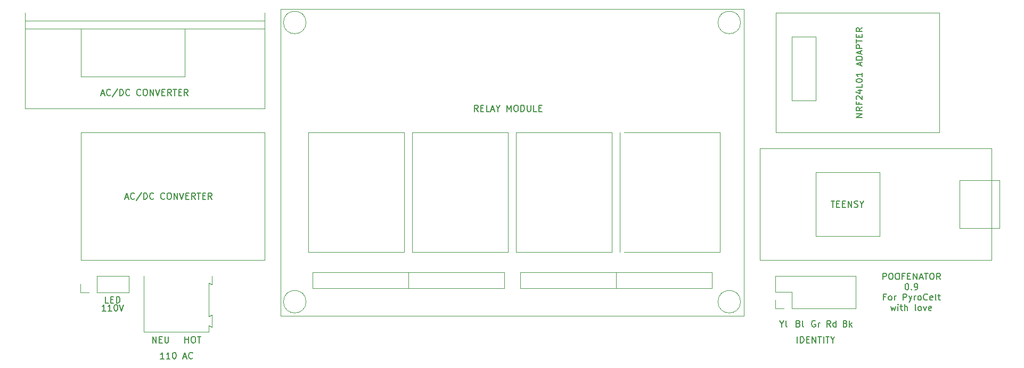
<source format=gbr>
G04 #@! TF.GenerationSoftware,KiCad,Pcbnew,5.1.5*
G04 #@! TF.CreationDate,2020-01-03T21:14:40-05:00*
G04 #@! TF.ProjectId,Poofer Control,506f6f66-6572-4204-936f-6e74726f6c2e,rev?*
G04 #@! TF.SameCoordinates,Original*
G04 #@! TF.FileFunction,Legend,Top*
G04 #@! TF.FilePolarity,Positive*
%FSLAX46Y46*%
G04 Gerber Fmt 4.6, Leading zero omitted, Abs format (unit mm)*
G04 Created by KiCad (PCBNEW 5.1.5) date 2020-01-03 21:14:40*
%MOMM*%
%LPD*%
G04 APERTURE LIST*
%ADD10C,0.150000*%
%ADD11C,0.120000*%
G04 APERTURE END LIST*
D10*
X86534761Y-99512380D02*
X85963333Y-99512380D01*
X86249047Y-99512380D02*
X86249047Y-98512380D01*
X86153809Y-98655238D01*
X86058571Y-98750476D01*
X85963333Y-98798095D01*
X87487142Y-99512380D02*
X86915714Y-99512380D01*
X87201428Y-99512380D02*
X87201428Y-98512380D01*
X87106190Y-98655238D01*
X87010952Y-98750476D01*
X86915714Y-98798095D01*
X88106190Y-98512380D02*
X88201428Y-98512380D01*
X88296666Y-98560000D01*
X88344285Y-98607619D01*
X88391904Y-98702857D01*
X88439523Y-98893333D01*
X88439523Y-99131428D01*
X88391904Y-99321904D01*
X88344285Y-99417142D01*
X88296666Y-99464761D01*
X88201428Y-99512380D01*
X88106190Y-99512380D01*
X88010952Y-99464761D01*
X87963333Y-99417142D01*
X87915714Y-99321904D01*
X87868095Y-99131428D01*
X87868095Y-98893333D01*
X87915714Y-98702857D01*
X87963333Y-98607619D01*
X88010952Y-98560000D01*
X88106190Y-98512380D01*
X88725238Y-98512380D02*
X89058571Y-99512380D01*
X89391904Y-98512380D01*
X210082380Y-94497380D02*
X210082380Y-93497380D01*
X210463333Y-93497380D01*
X210558571Y-93545000D01*
X210606190Y-93592619D01*
X210653809Y-93687857D01*
X210653809Y-93830714D01*
X210606190Y-93925952D01*
X210558571Y-93973571D01*
X210463333Y-94021190D01*
X210082380Y-94021190D01*
X211272857Y-93497380D02*
X211463333Y-93497380D01*
X211558571Y-93545000D01*
X211653809Y-93640238D01*
X211701428Y-93830714D01*
X211701428Y-94164047D01*
X211653809Y-94354523D01*
X211558571Y-94449761D01*
X211463333Y-94497380D01*
X211272857Y-94497380D01*
X211177619Y-94449761D01*
X211082380Y-94354523D01*
X211034761Y-94164047D01*
X211034761Y-93830714D01*
X211082380Y-93640238D01*
X211177619Y-93545000D01*
X211272857Y-93497380D01*
X212320476Y-93497380D02*
X212510952Y-93497380D01*
X212606190Y-93545000D01*
X212701428Y-93640238D01*
X212749047Y-93830714D01*
X212749047Y-94164047D01*
X212701428Y-94354523D01*
X212606190Y-94449761D01*
X212510952Y-94497380D01*
X212320476Y-94497380D01*
X212225238Y-94449761D01*
X212130000Y-94354523D01*
X212082380Y-94164047D01*
X212082380Y-93830714D01*
X212130000Y-93640238D01*
X212225238Y-93545000D01*
X212320476Y-93497380D01*
X213510952Y-93973571D02*
X213177619Y-93973571D01*
X213177619Y-94497380D02*
X213177619Y-93497380D01*
X213653809Y-93497380D01*
X214034761Y-93973571D02*
X214368095Y-93973571D01*
X214510952Y-94497380D02*
X214034761Y-94497380D01*
X214034761Y-93497380D01*
X214510952Y-93497380D01*
X214939523Y-94497380D02*
X214939523Y-93497380D01*
X215510952Y-94497380D01*
X215510952Y-93497380D01*
X215939523Y-94211666D02*
X216415714Y-94211666D01*
X215844285Y-94497380D02*
X216177619Y-93497380D01*
X216510952Y-94497380D01*
X216701428Y-93497380D02*
X217272857Y-93497380D01*
X216987142Y-94497380D02*
X216987142Y-93497380D01*
X217796666Y-93497380D02*
X217987142Y-93497380D01*
X218082380Y-93545000D01*
X218177619Y-93640238D01*
X218225238Y-93830714D01*
X218225238Y-94164047D01*
X218177619Y-94354523D01*
X218082380Y-94449761D01*
X217987142Y-94497380D01*
X217796666Y-94497380D01*
X217701428Y-94449761D01*
X217606190Y-94354523D01*
X217558571Y-94164047D01*
X217558571Y-93830714D01*
X217606190Y-93640238D01*
X217701428Y-93545000D01*
X217796666Y-93497380D01*
X219225238Y-94497380D02*
X218891904Y-94021190D01*
X218653809Y-94497380D02*
X218653809Y-93497380D01*
X219034761Y-93497380D01*
X219130000Y-93545000D01*
X219177619Y-93592619D01*
X219225238Y-93687857D01*
X219225238Y-93830714D01*
X219177619Y-93925952D01*
X219130000Y-93973571D01*
X219034761Y-94021190D01*
X218653809Y-94021190D01*
X213868095Y-95147380D02*
X213963333Y-95147380D01*
X214058571Y-95195000D01*
X214106190Y-95242619D01*
X214153809Y-95337857D01*
X214201428Y-95528333D01*
X214201428Y-95766428D01*
X214153809Y-95956904D01*
X214106190Y-96052142D01*
X214058571Y-96099761D01*
X213963333Y-96147380D01*
X213868095Y-96147380D01*
X213772857Y-96099761D01*
X213725238Y-96052142D01*
X213677619Y-95956904D01*
X213630000Y-95766428D01*
X213630000Y-95528333D01*
X213677619Y-95337857D01*
X213725238Y-95242619D01*
X213772857Y-95195000D01*
X213868095Y-95147380D01*
X214630000Y-96052142D02*
X214677619Y-96099761D01*
X214630000Y-96147380D01*
X214582380Y-96099761D01*
X214630000Y-96052142D01*
X214630000Y-96147380D01*
X215153809Y-96147380D02*
X215344285Y-96147380D01*
X215439523Y-96099761D01*
X215487142Y-96052142D01*
X215582380Y-95909285D01*
X215630000Y-95718809D01*
X215630000Y-95337857D01*
X215582380Y-95242619D01*
X215534761Y-95195000D01*
X215439523Y-95147380D01*
X215249047Y-95147380D01*
X215153809Y-95195000D01*
X215106190Y-95242619D01*
X215058571Y-95337857D01*
X215058571Y-95575952D01*
X215106190Y-95671190D01*
X215153809Y-95718809D01*
X215249047Y-95766428D01*
X215439523Y-95766428D01*
X215534761Y-95718809D01*
X215582380Y-95671190D01*
X215630000Y-95575952D01*
X210510952Y-97273571D02*
X210177619Y-97273571D01*
X210177619Y-97797380D02*
X210177619Y-96797380D01*
X210653809Y-96797380D01*
X211177619Y-97797380D02*
X211082380Y-97749761D01*
X211034761Y-97702142D01*
X210987142Y-97606904D01*
X210987142Y-97321190D01*
X211034761Y-97225952D01*
X211082380Y-97178333D01*
X211177619Y-97130714D01*
X211320476Y-97130714D01*
X211415714Y-97178333D01*
X211463333Y-97225952D01*
X211510952Y-97321190D01*
X211510952Y-97606904D01*
X211463333Y-97702142D01*
X211415714Y-97749761D01*
X211320476Y-97797380D01*
X211177619Y-97797380D01*
X211939523Y-97797380D02*
X211939523Y-97130714D01*
X211939523Y-97321190D02*
X211987142Y-97225952D01*
X212034761Y-97178333D01*
X212130000Y-97130714D01*
X212225238Y-97130714D01*
X213320476Y-97797380D02*
X213320476Y-96797380D01*
X213701428Y-96797380D01*
X213796666Y-96845000D01*
X213844285Y-96892619D01*
X213891904Y-96987857D01*
X213891904Y-97130714D01*
X213844285Y-97225952D01*
X213796666Y-97273571D01*
X213701428Y-97321190D01*
X213320476Y-97321190D01*
X214225238Y-97130714D02*
X214463333Y-97797380D01*
X214701428Y-97130714D02*
X214463333Y-97797380D01*
X214368095Y-98035476D01*
X214320476Y-98083095D01*
X214225238Y-98130714D01*
X215082380Y-97797380D02*
X215082380Y-97130714D01*
X215082380Y-97321190D02*
X215130000Y-97225952D01*
X215177619Y-97178333D01*
X215272857Y-97130714D01*
X215368095Y-97130714D01*
X215844285Y-97797380D02*
X215749047Y-97749761D01*
X215701428Y-97702142D01*
X215653809Y-97606904D01*
X215653809Y-97321190D01*
X215701428Y-97225952D01*
X215749047Y-97178333D01*
X215844285Y-97130714D01*
X215987142Y-97130714D01*
X216082380Y-97178333D01*
X216130000Y-97225952D01*
X216177619Y-97321190D01*
X216177619Y-97606904D01*
X216130000Y-97702142D01*
X216082380Y-97749761D01*
X215987142Y-97797380D01*
X215844285Y-97797380D01*
X217177619Y-97702142D02*
X217130000Y-97749761D01*
X216987142Y-97797380D01*
X216891904Y-97797380D01*
X216749047Y-97749761D01*
X216653809Y-97654523D01*
X216606190Y-97559285D01*
X216558571Y-97368809D01*
X216558571Y-97225952D01*
X216606190Y-97035476D01*
X216653809Y-96940238D01*
X216749047Y-96845000D01*
X216891904Y-96797380D01*
X216987142Y-96797380D01*
X217130000Y-96845000D01*
X217177619Y-96892619D01*
X217987142Y-97749761D02*
X217891904Y-97797380D01*
X217701428Y-97797380D01*
X217606190Y-97749761D01*
X217558571Y-97654523D01*
X217558571Y-97273571D01*
X217606190Y-97178333D01*
X217701428Y-97130714D01*
X217891904Y-97130714D01*
X217987142Y-97178333D01*
X218034761Y-97273571D01*
X218034761Y-97368809D01*
X217558571Y-97464047D01*
X218606190Y-97797380D02*
X218510952Y-97749761D01*
X218463333Y-97654523D01*
X218463333Y-96797380D01*
X218844285Y-97130714D02*
X219225238Y-97130714D01*
X218987142Y-96797380D02*
X218987142Y-97654523D01*
X219034761Y-97749761D01*
X219130000Y-97797380D01*
X219225238Y-97797380D01*
X211368095Y-98780714D02*
X211558571Y-99447380D01*
X211749047Y-98971190D01*
X211939523Y-99447380D01*
X212130000Y-98780714D01*
X212510952Y-99447380D02*
X212510952Y-98780714D01*
X212510952Y-98447380D02*
X212463333Y-98495000D01*
X212510952Y-98542619D01*
X212558571Y-98495000D01*
X212510952Y-98447380D01*
X212510952Y-98542619D01*
X212844285Y-98780714D02*
X213225238Y-98780714D01*
X212987142Y-98447380D02*
X212987142Y-99304523D01*
X213034761Y-99399761D01*
X213130000Y-99447380D01*
X213225238Y-99447380D01*
X213558571Y-99447380D02*
X213558571Y-98447380D01*
X213987142Y-99447380D02*
X213987142Y-98923571D01*
X213939523Y-98828333D01*
X213844285Y-98780714D01*
X213701428Y-98780714D01*
X213606190Y-98828333D01*
X213558571Y-98875952D01*
X215368095Y-99447380D02*
X215272857Y-99399761D01*
X215225238Y-99304523D01*
X215225238Y-98447380D01*
X215891904Y-99447380D02*
X215796666Y-99399761D01*
X215749047Y-99352142D01*
X215701428Y-99256904D01*
X215701428Y-98971190D01*
X215749047Y-98875952D01*
X215796666Y-98828333D01*
X215891904Y-98780714D01*
X216034761Y-98780714D01*
X216130000Y-98828333D01*
X216177619Y-98875952D01*
X216225238Y-98971190D01*
X216225238Y-99256904D01*
X216177619Y-99352142D01*
X216130000Y-99399761D01*
X216034761Y-99447380D01*
X215891904Y-99447380D01*
X216558571Y-98780714D02*
X216796666Y-99447380D01*
X217034761Y-98780714D01*
X217796666Y-99399761D02*
X217701428Y-99447380D01*
X217510952Y-99447380D01*
X217415714Y-99399761D01*
X217368095Y-99304523D01*
X217368095Y-98923571D01*
X217415714Y-98828333D01*
X217510952Y-98780714D01*
X217701428Y-98780714D01*
X217796666Y-98828333D01*
X217844285Y-98923571D01*
X217844285Y-99018809D01*
X217368095Y-99114047D01*
X204136666Y-101528571D02*
X204279523Y-101576190D01*
X204327142Y-101623809D01*
X204374761Y-101719047D01*
X204374761Y-101861904D01*
X204327142Y-101957142D01*
X204279523Y-102004761D01*
X204184285Y-102052380D01*
X203803333Y-102052380D01*
X203803333Y-101052380D01*
X204136666Y-101052380D01*
X204231904Y-101100000D01*
X204279523Y-101147619D01*
X204327142Y-101242857D01*
X204327142Y-101338095D01*
X204279523Y-101433333D01*
X204231904Y-101480952D01*
X204136666Y-101528571D01*
X203803333Y-101528571D01*
X204803333Y-102052380D02*
X204803333Y-101052380D01*
X204898571Y-101671428D02*
X205184285Y-102052380D01*
X205184285Y-101385714D02*
X204803333Y-101766666D01*
X201787142Y-102052380D02*
X201453809Y-101576190D01*
X201215714Y-102052380D02*
X201215714Y-101052380D01*
X201596666Y-101052380D01*
X201691904Y-101100000D01*
X201739523Y-101147619D01*
X201787142Y-101242857D01*
X201787142Y-101385714D01*
X201739523Y-101480952D01*
X201691904Y-101528571D01*
X201596666Y-101576190D01*
X201215714Y-101576190D01*
X202644285Y-102052380D02*
X202644285Y-101052380D01*
X202644285Y-102004761D02*
X202549047Y-102052380D01*
X202358571Y-102052380D01*
X202263333Y-102004761D01*
X202215714Y-101957142D01*
X202168095Y-101861904D01*
X202168095Y-101576190D01*
X202215714Y-101480952D01*
X202263333Y-101433333D01*
X202358571Y-101385714D01*
X202549047Y-101385714D01*
X202644285Y-101433333D01*
X199342380Y-101100000D02*
X199247142Y-101052380D01*
X199104285Y-101052380D01*
X198961428Y-101100000D01*
X198866190Y-101195238D01*
X198818571Y-101290476D01*
X198770952Y-101480952D01*
X198770952Y-101623809D01*
X198818571Y-101814285D01*
X198866190Y-101909523D01*
X198961428Y-102004761D01*
X199104285Y-102052380D01*
X199199523Y-102052380D01*
X199342380Y-102004761D01*
X199390000Y-101957142D01*
X199390000Y-101623809D01*
X199199523Y-101623809D01*
X199818571Y-102052380D02*
X199818571Y-101385714D01*
X199818571Y-101576190D02*
X199866190Y-101480952D01*
X199913809Y-101433333D01*
X200009047Y-101385714D01*
X200104285Y-101385714D01*
X196659523Y-101528571D02*
X196802380Y-101576190D01*
X196850000Y-101623809D01*
X196897619Y-101719047D01*
X196897619Y-101861904D01*
X196850000Y-101957142D01*
X196802380Y-102004761D01*
X196707142Y-102052380D01*
X196326190Y-102052380D01*
X196326190Y-101052380D01*
X196659523Y-101052380D01*
X196754761Y-101100000D01*
X196802380Y-101147619D01*
X196850000Y-101242857D01*
X196850000Y-101338095D01*
X196802380Y-101433333D01*
X196754761Y-101480952D01*
X196659523Y-101528571D01*
X196326190Y-101528571D01*
X197469047Y-102052380D02*
X197373809Y-102004761D01*
X197326190Y-101909523D01*
X197326190Y-101052380D01*
X194048095Y-101576190D02*
X194048095Y-102052380D01*
X193714761Y-101052380D02*
X194048095Y-101576190D01*
X194381428Y-101052380D01*
X194857619Y-102052380D02*
X194762380Y-102004761D01*
X194714761Y-101909523D01*
X194714761Y-101052380D01*
X93988095Y-104592380D02*
X93988095Y-103592380D01*
X94559523Y-104592380D01*
X94559523Y-103592380D01*
X95035714Y-104068571D02*
X95369047Y-104068571D01*
X95511904Y-104592380D02*
X95035714Y-104592380D01*
X95035714Y-103592380D01*
X95511904Y-103592380D01*
X95940476Y-103592380D02*
X95940476Y-104401904D01*
X95988095Y-104497142D01*
X96035714Y-104544761D01*
X96130952Y-104592380D01*
X96321428Y-104592380D01*
X96416666Y-104544761D01*
X96464285Y-104497142D01*
X96511904Y-104401904D01*
X96511904Y-103592380D01*
X99139523Y-104592380D02*
X99139523Y-103592380D01*
X99139523Y-104068571D02*
X99710952Y-104068571D01*
X99710952Y-104592380D02*
X99710952Y-103592380D01*
X100377619Y-103592380D02*
X100568095Y-103592380D01*
X100663333Y-103640000D01*
X100758571Y-103735238D01*
X100806190Y-103925714D01*
X100806190Y-104259047D01*
X100758571Y-104449523D01*
X100663333Y-104544761D01*
X100568095Y-104592380D01*
X100377619Y-104592380D01*
X100282380Y-104544761D01*
X100187142Y-104449523D01*
X100139523Y-104259047D01*
X100139523Y-103925714D01*
X100187142Y-103735238D01*
X100282380Y-103640000D01*
X100377619Y-103592380D01*
X101091904Y-103592380D02*
X101663333Y-103592380D01*
X101377619Y-104592380D02*
X101377619Y-103592380D01*
X95813809Y-107132380D02*
X95242380Y-107132380D01*
X95528095Y-107132380D02*
X95528095Y-106132380D01*
X95432857Y-106275238D01*
X95337619Y-106370476D01*
X95242380Y-106418095D01*
X96766190Y-107132380D02*
X96194761Y-107132380D01*
X96480476Y-107132380D02*
X96480476Y-106132380D01*
X96385238Y-106275238D01*
X96290000Y-106370476D01*
X96194761Y-106418095D01*
X97385238Y-106132380D02*
X97480476Y-106132380D01*
X97575714Y-106180000D01*
X97623333Y-106227619D01*
X97670952Y-106322857D01*
X97718571Y-106513333D01*
X97718571Y-106751428D01*
X97670952Y-106941904D01*
X97623333Y-107037142D01*
X97575714Y-107084761D01*
X97480476Y-107132380D01*
X97385238Y-107132380D01*
X97290000Y-107084761D01*
X97242380Y-107037142D01*
X97194761Y-106941904D01*
X97147142Y-106751428D01*
X97147142Y-106513333D01*
X97194761Y-106322857D01*
X97242380Y-106227619D01*
X97290000Y-106180000D01*
X97385238Y-106132380D01*
X98861428Y-106846666D02*
X99337619Y-106846666D01*
X98766190Y-107132380D02*
X99099523Y-106132380D01*
X99432857Y-107132380D01*
X100337619Y-107037142D02*
X100290000Y-107084761D01*
X100147142Y-107132380D01*
X100051904Y-107132380D01*
X99909047Y-107084761D01*
X99813809Y-106989523D01*
X99766190Y-106894285D01*
X99718571Y-106703809D01*
X99718571Y-106560952D01*
X99766190Y-106370476D01*
X99813809Y-106275238D01*
X99909047Y-106180000D01*
X100051904Y-106132380D01*
X100147142Y-106132380D01*
X100290000Y-106180000D01*
X100337619Y-106227619D01*
X196485238Y-104592380D02*
X196485238Y-103592380D01*
X196961428Y-104592380D02*
X196961428Y-103592380D01*
X197199523Y-103592380D01*
X197342380Y-103640000D01*
X197437619Y-103735238D01*
X197485238Y-103830476D01*
X197532857Y-104020952D01*
X197532857Y-104163809D01*
X197485238Y-104354285D01*
X197437619Y-104449523D01*
X197342380Y-104544761D01*
X197199523Y-104592380D01*
X196961428Y-104592380D01*
X197961428Y-104068571D02*
X198294761Y-104068571D01*
X198437619Y-104592380D02*
X197961428Y-104592380D01*
X197961428Y-103592380D01*
X198437619Y-103592380D01*
X198866190Y-104592380D02*
X198866190Y-103592380D01*
X199437619Y-104592380D01*
X199437619Y-103592380D01*
X199770952Y-103592380D02*
X200342380Y-103592380D01*
X200056666Y-104592380D02*
X200056666Y-103592380D01*
X200675714Y-104592380D02*
X200675714Y-103592380D01*
X201009047Y-103592380D02*
X201580476Y-103592380D01*
X201294761Y-104592380D02*
X201294761Y-103592380D01*
X202104285Y-104116190D02*
X202104285Y-104592380D01*
X201770952Y-103592380D02*
X202104285Y-104116190D01*
X202437619Y-103592380D01*
D11*
X118382051Y-98044000D02*
G75*
G03X118382051Y-98044000I-1796051J0D01*
G01*
X187470051Y-98044000D02*
G75*
G03X187470051Y-98044000I-1796051J0D01*
G01*
X187470051Y-53594000D02*
G75*
G03X187470051Y-53594000I-1796051J0D01*
G01*
X118382051Y-53594000D02*
G75*
G03X118382051Y-53594000I-1796051J0D01*
G01*
X167640000Y-93345000D02*
X167640000Y-95885000D01*
X182880000Y-93345000D02*
X152400000Y-93345000D01*
X182880000Y-95885000D02*
X182880000Y-93345000D01*
X152400000Y-95885000D02*
X182880000Y-95885000D01*
X152400000Y-93345000D02*
X152400000Y-95885000D01*
X134620000Y-93345000D02*
X134620000Y-95885000D01*
X119380000Y-95885000D02*
X119380000Y-93345000D01*
X149860000Y-95885000D02*
X119380000Y-95885000D01*
X149860000Y-93345000D02*
X149860000Y-95885000D01*
X119380000Y-93345000D02*
X149860000Y-93345000D01*
X150495000Y-90170000D02*
X150495000Y-71120000D01*
X150495000Y-71120000D02*
X135255000Y-71120000D01*
X135255000Y-71120000D02*
X135255000Y-90170000D01*
X135255000Y-90170000D02*
X150495000Y-90170000D01*
X167005000Y-90170000D02*
X167005000Y-71120000D01*
X167005000Y-71120000D02*
X151765000Y-71120000D01*
X151765000Y-71120000D02*
X151765000Y-90170000D01*
X151765000Y-90170000D02*
X167005000Y-90170000D01*
X184150000Y-90170000D02*
X184150000Y-71120000D01*
X184150000Y-71120000D02*
X168910000Y-71120000D01*
X168275000Y-71120000D02*
X168275000Y-90170000D01*
X168910000Y-90170000D02*
X184150000Y-90170000D01*
X118745000Y-71120000D02*
X118745000Y-90170000D01*
X133985000Y-71120000D02*
X118745000Y-71120000D01*
X133985000Y-90170000D02*
X133985000Y-71120000D01*
X118745000Y-90170000D02*
X133985000Y-90170000D01*
X114300000Y-100330000D02*
X114300000Y-51435000D01*
X187960000Y-100330000D02*
X114300000Y-100330000D01*
X187960000Y-51435000D02*
X187960000Y-100330000D01*
X114300000Y-51435000D02*
X187960000Y-51435000D01*
X103450000Y-95320000D02*
X103450000Y-93980000D01*
X102950000Y-95020000D02*
X103450000Y-95320000D01*
X102950000Y-100420000D02*
X102950000Y-95020000D01*
X103450000Y-100170000D02*
X102950000Y-100420000D01*
X103450000Y-100220000D02*
X103450000Y-100170000D01*
X103450000Y-102120000D02*
X103450000Y-100220000D01*
X102950000Y-101870000D02*
X103450000Y-102120000D01*
X102950000Y-102820000D02*
X102950000Y-101870000D01*
X92600000Y-102820000D02*
X102950000Y-102820000D01*
X92600000Y-93980000D02*
X92600000Y-102820000D01*
X82550000Y-91440000D02*
X82550000Y-71120000D01*
X111760000Y-91440000D02*
X82550000Y-91440000D01*
X111760000Y-71120000D02*
X111760000Y-91440000D01*
X82550000Y-71120000D02*
X111760000Y-71120000D01*
X199390000Y-77470000D02*
X199390000Y-87630000D01*
X209550000Y-77470000D02*
X199390000Y-77470000D01*
X209550000Y-87630000D02*
X209550000Y-77470000D01*
X199390000Y-87630000D02*
X209550000Y-87630000D01*
X222250000Y-78740000D02*
X226060000Y-78740000D01*
X222250000Y-86360000D02*
X222250000Y-78740000D01*
X228600000Y-86360000D02*
X222250000Y-86360000D01*
X228600000Y-78740000D02*
X228600000Y-86360000D01*
X226060000Y-78740000D02*
X228600000Y-78740000D01*
X190500000Y-91440000D02*
X190500000Y-73660000D01*
X227330000Y-91440000D02*
X190500000Y-91440000D01*
X227330000Y-73660000D02*
X227330000Y-91440000D01*
X190500000Y-73660000D02*
X227330000Y-73660000D01*
X219075000Y-52070000D02*
X193040000Y-52070000D01*
X219075000Y-71120000D02*
X219075000Y-52070000D01*
X193040000Y-71120000D02*
X219075000Y-71120000D01*
X199390000Y-66040000D02*
X195580000Y-66040000D01*
X199390000Y-55880000D02*
X199390000Y-66040000D01*
X195580000Y-55880000D02*
X199390000Y-55880000D01*
X195580000Y-66040000D02*
X195580000Y-55880000D01*
X193040000Y-71120000D02*
X193040000Y-52070000D01*
X99060000Y-62230000D02*
X99060000Y-54610000D01*
X82550000Y-62230000D02*
X99060000Y-62230000D01*
X82550000Y-54610000D02*
X82550000Y-62230000D01*
X111760000Y-54610000D02*
X73660000Y-54610000D01*
X111760000Y-53340000D02*
X73660000Y-53340000D01*
X111760000Y-52070000D02*
X111760000Y-67310000D01*
X73660000Y-67310000D02*
X73660000Y-52070000D01*
X111760000Y-67310000D02*
X73660000Y-67310000D01*
X82490000Y-96580000D02*
X82490000Y-95250000D01*
X83820000Y-96580000D02*
X82490000Y-96580000D01*
X85090000Y-96580000D02*
X85090000Y-93920000D01*
X85090000Y-93920000D02*
X90230000Y-93920000D01*
X85090000Y-96580000D02*
X90230000Y-96580000D01*
X90230000Y-96580000D02*
X90230000Y-93920000D01*
X205800000Y-99120000D02*
X205800000Y-93920000D01*
X195580000Y-99120000D02*
X205800000Y-99120000D01*
X192980000Y-93920000D02*
X205800000Y-93920000D01*
X195580000Y-99120000D02*
X195580000Y-96520000D01*
X195580000Y-96520000D02*
X192980000Y-96520000D01*
X192980000Y-96520000D02*
X192980000Y-93920000D01*
X194310000Y-99120000D02*
X192980000Y-99120000D01*
X192980000Y-99120000D02*
X192980000Y-97790000D01*
D10*
X145733095Y-67762380D02*
X145399761Y-67286190D01*
X145161666Y-67762380D02*
X145161666Y-66762380D01*
X145542619Y-66762380D01*
X145637857Y-66810000D01*
X145685476Y-66857619D01*
X145733095Y-66952857D01*
X145733095Y-67095714D01*
X145685476Y-67190952D01*
X145637857Y-67238571D01*
X145542619Y-67286190D01*
X145161666Y-67286190D01*
X146161666Y-67238571D02*
X146495000Y-67238571D01*
X146637857Y-67762380D02*
X146161666Y-67762380D01*
X146161666Y-66762380D01*
X146637857Y-66762380D01*
X147542619Y-67762380D02*
X147066428Y-67762380D01*
X147066428Y-66762380D01*
X147828333Y-67476666D02*
X148304523Y-67476666D01*
X147733095Y-67762380D02*
X148066428Y-66762380D01*
X148399761Y-67762380D01*
X148923571Y-67286190D02*
X148923571Y-67762380D01*
X148590238Y-66762380D02*
X148923571Y-67286190D01*
X149256904Y-66762380D01*
X150352142Y-67762380D02*
X150352142Y-66762380D01*
X150685476Y-67476666D01*
X151018809Y-66762380D01*
X151018809Y-67762380D01*
X151685476Y-66762380D02*
X151875952Y-66762380D01*
X151971190Y-66810000D01*
X152066428Y-66905238D01*
X152114047Y-67095714D01*
X152114047Y-67429047D01*
X152066428Y-67619523D01*
X151971190Y-67714761D01*
X151875952Y-67762380D01*
X151685476Y-67762380D01*
X151590238Y-67714761D01*
X151495000Y-67619523D01*
X151447380Y-67429047D01*
X151447380Y-67095714D01*
X151495000Y-66905238D01*
X151590238Y-66810000D01*
X151685476Y-66762380D01*
X152542619Y-67762380D02*
X152542619Y-66762380D01*
X152780714Y-66762380D01*
X152923571Y-66810000D01*
X153018809Y-66905238D01*
X153066428Y-67000476D01*
X153114047Y-67190952D01*
X153114047Y-67333809D01*
X153066428Y-67524285D01*
X153018809Y-67619523D01*
X152923571Y-67714761D01*
X152780714Y-67762380D01*
X152542619Y-67762380D01*
X153542619Y-66762380D02*
X153542619Y-67571904D01*
X153590238Y-67667142D01*
X153637857Y-67714761D01*
X153733095Y-67762380D01*
X153923571Y-67762380D01*
X154018809Y-67714761D01*
X154066428Y-67667142D01*
X154114047Y-67571904D01*
X154114047Y-66762380D01*
X155066428Y-67762380D02*
X154590238Y-67762380D01*
X154590238Y-66762380D01*
X155399761Y-67238571D02*
X155733095Y-67238571D01*
X155875952Y-67762380D02*
X155399761Y-67762380D01*
X155399761Y-66762380D01*
X155875952Y-66762380D01*
X89615238Y-81446666D02*
X90091428Y-81446666D01*
X89520000Y-81732380D02*
X89853333Y-80732380D01*
X90186666Y-81732380D01*
X91091428Y-81637142D02*
X91043809Y-81684761D01*
X90900952Y-81732380D01*
X90805714Y-81732380D01*
X90662857Y-81684761D01*
X90567619Y-81589523D01*
X90520000Y-81494285D01*
X90472380Y-81303809D01*
X90472380Y-81160952D01*
X90520000Y-80970476D01*
X90567619Y-80875238D01*
X90662857Y-80780000D01*
X90805714Y-80732380D01*
X90900952Y-80732380D01*
X91043809Y-80780000D01*
X91091428Y-80827619D01*
X92234285Y-80684761D02*
X91377142Y-81970476D01*
X92567619Y-81732380D02*
X92567619Y-80732380D01*
X92805714Y-80732380D01*
X92948571Y-80780000D01*
X93043809Y-80875238D01*
X93091428Y-80970476D01*
X93139047Y-81160952D01*
X93139047Y-81303809D01*
X93091428Y-81494285D01*
X93043809Y-81589523D01*
X92948571Y-81684761D01*
X92805714Y-81732380D01*
X92567619Y-81732380D01*
X94139047Y-81637142D02*
X94091428Y-81684761D01*
X93948571Y-81732380D01*
X93853333Y-81732380D01*
X93710476Y-81684761D01*
X93615238Y-81589523D01*
X93567619Y-81494285D01*
X93520000Y-81303809D01*
X93520000Y-81160952D01*
X93567619Y-80970476D01*
X93615238Y-80875238D01*
X93710476Y-80780000D01*
X93853333Y-80732380D01*
X93948571Y-80732380D01*
X94091428Y-80780000D01*
X94139047Y-80827619D01*
X95900952Y-81637142D02*
X95853333Y-81684761D01*
X95710476Y-81732380D01*
X95615238Y-81732380D01*
X95472380Y-81684761D01*
X95377142Y-81589523D01*
X95329523Y-81494285D01*
X95281904Y-81303809D01*
X95281904Y-81160952D01*
X95329523Y-80970476D01*
X95377142Y-80875238D01*
X95472380Y-80780000D01*
X95615238Y-80732380D01*
X95710476Y-80732380D01*
X95853333Y-80780000D01*
X95900952Y-80827619D01*
X96520000Y-80732380D02*
X96710476Y-80732380D01*
X96805714Y-80780000D01*
X96900952Y-80875238D01*
X96948571Y-81065714D01*
X96948571Y-81399047D01*
X96900952Y-81589523D01*
X96805714Y-81684761D01*
X96710476Y-81732380D01*
X96520000Y-81732380D01*
X96424761Y-81684761D01*
X96329523Y-81589523D01*
X96281904Y-81399047D01*
X96281904Y-81065714D01*
X96329523Y-80875238D01*
X96424761Y-80780000D01*
X96520000Y-80732380D01*
X97377142Y-81732380D02*
X97377142Y-80732380D01*
X97948571Y-81732380D01*
X97948571Y-80732380D01*
X98281904Y-80732380D02*
X98615238Y-81732380D01*
X98948571Y-80732380D01*
X99281904Y-81208571D02*
X99615238Y-81208571D01*
X99758095Y-81732380D02*
X99281904Y-81732380D01*
X99281904Y-80732380D01*
X99758095Y-80732380D01*
X100758095Y-81732380D02*
X100424761Y-81256190D01*
X100186666Y-81732380D02*
X100186666Y-80732380D01*
X100567619Y-80732380D01*
X100662857Y-80780000D01*
X100710476Y-80827619D01*
X100758095Y-80922857D01*
X100758095Y-81065714D01*
X100710476Y-81160952D01*
X100662857Y-81208571D01*
X100567619Y-81256190D01*
X100186666Y-81256190D01*
X101043809Y-80732380D02*
X101615238Y-80732380D01*
X101329523Y-81732380D02*
X101329523Y-80732380D01*
X101948571Y-81208571D02*
X102281904Y-81208571D01*
X102424761Y-81732380D02*
X101948571Y-81732380D01*
X101948571Y-80732380D01*
X102424761Y-80732380D01*
X103424761Y-81732380D02*
X103091428Y-81256190D01*
X102853333Y-81732380D02*
X102853333Y-80732380D01*
X103234285Y-80732380D01*
X103329523Y-80780000D01*
X103377142Y-80827619D01*
X103424761Y-80922857D01*
X103424761Y-81065714D01*
X103377142Y-81160952D01*
X103329523Y-81208571D01*
X103234285Y-81256190D01*
X102853333Y-81256190D01*
X201850952Y-82002380D02*
X202422380Y-82002380D01*
X202136666Y-83002380D02*
X202136666Y-82002380D01*
X202755714Y-82478571D02*
X203089047Y-82478571D01*
X203231904Y-83002380D02*
X202755714Y-83002380D01*
X202755714Y-82002380D01*
X203231904Y-82002380D01*
X203660476Y-82478571D02*
X203993809Y-82478571D01*
X204136666Y-83002380D02*
X203660476Y-83002380D01*
X203660476Y-82002380D01*
X204136666Y-82002380D01*
X204565238Y-83002380D02*
X204565238Y-82002380D01*
X205136666Y-83002380D01*
X205136666Y-82002380D01*
X205565238Y-82954761D02*
X205708095Y-83002380D01*
X205946190Y-83002380D01*
X206041428Y-82954761D01*
X206089047Y-82907142D01*
X206136666Y-82811904D01*
X206136666Y-82716666D01*
X206089047Y-82621428D01*
X206041428Y-82573809D01*
X205946190Y-82526190D01*
X205755714Y-82478571D01*
X205660476Y-82430952D01*
X205612857Y-82383333D01*
X205565238Y-82288095D01*
X205565238Y-82192857D01*
X205612857Y-82097619D01*
X205660476Y-82050000D01*
X205755714Y-82002380D01*
X205993809Y-82002380D01*
X206136666Y-82050000D01*
X206755714Y-82526190D02*
X206755714Y-83002380D01*
X206422380Y-82002380D02*
X206755714Y-82526190D01*
X207089047Y-82002380D01*
X206827380Y-68690238D02*
X205827380Y-68690238D01*
X206827380Y-68118809D01*
X205827380Y-68118809D01*
X206827380Y-67071190D02*
X206351190Y-67404523D01*
X206827380Y-67642619D02*
X205827380Y-67642619D01*
X205827380Y-67261666D01*
X205875000Y-67166428D01*
X205922619Y-67118809D01*
X206017857Y-67071190D01*
X206160714Y-67071190D01*
X206255952Y-67118809D01*
X206303571Y-67166428D01*
X206351190Y-67261666D01*
X206351190Y-67642619D01*
X206303571Y-66309285D02*
X206303571Y-66642619D01*
X206827380Y-66642619D02*
X205827380Y-66642619D01*
X205827380Y-66166428D01*
X205922619Y-65833095D02*
X205875000Y-65785476D01*
X205827380Y-65690238D01*
X205827380Y-65452142D01*
X205875000Y-65356904D01*
X205922619Y-65309285D01*
X206017857Y-65261666D01*
X206113095Y-65261666D01*
X206255952Y-65309285D01*
X206827380Y-65880714D01*
X206827380Y-65261666D01*
X206160714Y-64404523D02*
X206827380Y-64404523D01*
X205779761Y-64642619D02*
X206494047Y-64880714D01*
X206494047Y-64261666D01*
X206827380Y-63404523D02*
X206827380Y-63880714D01*
X205827380Y-63880714D01*
X205827380Y-62880714D02*
X205827380Y-62785476D01*
X205875000Y-62690238D01*
X205922619Y-62642619D01*
X206017857Y-62595000D01*
X206208333Y-62547380D01*
X206446428Y-62547380D01*
X206636904Y-62595000D01*
X206732142Y-62642619D01*
X206779761Y-62690238D01*
X206827380Y-62785476D01*
X206827380Y-62880714D01*
X206779761Y-62975952D01*
X206732142Y-63023571D01*
X206636904Y-63071190D01*
X206446428Y-63118809D01*
X206208333Y-63118809D01*
X206017857Y-63071190D01*
X205922619Y-63023571D01*
X205875000Y-62975952D01*
X205827380Y-62880714D01*
X206827380Y-61595000D02*
X206827380Y-62166428D01*
X206827380Y-61880714D02*
X205827380Y-61880714D01*
X205970238Y-61975952D01*
X206065476Y-62071190D01*
X206113095Y-62166428D01*
X206541666Y-60452142D02*
X206541666Y-59975952D01*
X206827380Y-60547380D02*
X205827380Y-60214047D01*
X206827380Y-59880714D01*
X206827380Y-59547380D02*
X205827380Y-59547380D01*
X205827380Y-59309285D01*
X205875000Y-59166428D01*
X205970238Y-59071190D01*
X206065476Y-59023571D01*
X206255952Y-58975952D01*
X206398809Y-58975952D01*
X206589285Y-59023571D01*
X206684523Y-59071190D01*
X206779761Y-59166428D01*
X206827380Y-59309285D01*
X206827380Y-59547380D01*
X206541666Y-58595000D02*
X206541666Y-58118809D01*
X206827380Y-58690238D02*
X205827380Y-58356904D01*
X206827380Y-58023571D01*
X206827380Y-57690238D02*
X205827380Y-57690238D01*
X205827380Y-57309285D01*
X205875000Y-57214047D01*
X205922619Y-57166428D01*
X206017857Y-57118809D01*
X206160714Y-57118809D01*
X206255952Y-57166428D01*
X206303571Y-57214047D01*
X206351190Y-57309285D01*
X206351190Y-57690238D01*
X205827380Y-56833095D02*
X205827380Y-56261666D01*
X206827380Y-56547380D02*
X205827380Y-56547380D01*
X206303571Y-55928333D02*
X206303571Y-55595000D01*
X206827380Y-55452142D02*
X206827380Y-55928333D01*
X205827380Y-55928333D01*
X205827380Y-55452142D01*
X206827380Y-54452142D02*
X206351190Y-54785476D01*
X206827380Y-55023571D02*
X205827380Y-55023571D01*
X205827380Y-54642619D01*
X205875000Y-54547380D01*
X205922619Y-54499761D01*
X206017857Y-54452142D01*
X206160714Y-54452142D01*
X206255952Y-54499761D01*
X206303571Y-54547380D01*
X206351190Y-54642619D01*
X206351190Y-55023571D01*
X85805238Y-64936666D02*
X86281428Y-64936666D01*
X85710000Y-65222380D02*
X86043333Y-64222380D01*
X86376666Y-65222380D01*
X87281428Y-65127142D02*
X87233809Y-65174761D01*
X87090952Y-65222380D01*
X86995714Y-65222380D01*
X86852857Y-65174761D01*
X86757619Y-65079523D01*
X86710000Y-64984285D01*
X86662380Y-64793809D01*
X86662380Y-64650952D01*
X86710000Y-64460476D01*
X86757619Y-64365238D01*
X86852857Y-64270000D01*
X86995714Y-64222380D01*
X87090952Y-64222380D01*
X87233809Y-64270000D01*
X87281428Y-64317619D01*
X88424285Y-64174761D02*
X87567142Y-65460476D01*
X88757619Y-65222380D02*
X88757619Y-64222380D01*
X88995714Y-64222380D01*
X89138571Y-64270000D01*
X89233809Y-64365238D01*
X89281428Y-64460476D01*
X89329047Y-64650952D01*
X89329047Y-64793809D01*
X89281428Y-64984285D01*
X89233809Y-65079523D01*
X89138571Y-65174761D01*
X88995714Y-65222380D01*
X88757619Y-65222380D01*
X90329047Y-65127142D02*
X90281428Y-65174761D01*
X90138571Y-65222380D01*
X90043333Y-65222380D01*
X89900476Y-65174761D01*
X89805238Y-65079523D01*
X89757619Y-64984285D01*
X89710000Y-64793809D01*
X89710000Y-64650952D01*
X89757619Y-64460476D01*
X89805238Y-64365238D01*
X89900476Y-64270000D01*
X90043333Y-64222380D01*
X90138571Y-64222380D01*
X90281428Y-64270000D01*
X90329047Y-64317619D01*
X92090952Y-65127142D02*
X92043333Y-65174761D01*
X91900476Y-65222380D01*
X91805238Y-65222380D01*
X91662380Y-65174761D01*
X91567142Y-65079523D01*
X91519523Y-64984285D01*
X91471904Y-64793809D01*
X91471904Y-64650952D01*
X91519523Y-64460476D01*
X91567142Y-64365238D01*
X91662380Y-64270000D01*
X91805238Y-64222380D01*
X91900476Y-64222380D01*
X92043333Y-64270000D01*
X92090952Y-64317619D01*
X92710000Y-64222380D02*
X92900476Y-64222380D01*
X92995714Y-64270000D01*
X93090952Y-64365238D01*
X93138571Y-64555714D01*
X93138571Y-64889047D01*
X93090952Y-65079523D01*
X92995714Y-65174761D01*
X92900476Y-65222380D01*
X92710000Y-65222380D01*
X92614761Y-65174761D01*
X92519523Y-65079523D01*
X92471904Y-64889047D01*
X92471904Y-64555714D01*
X92519523Y-64365238D01*
X92614761Y-64270000D01*
X92710000Y-64222380D01*
X93567142Y-65222380D02*
X93567142Y-64222380D01*
X94138571Y-65222380D01*
X94138571Y-64222380D01*
X94471904Y-64222380D02*
X94805238Y-65222380D01*
X95138571Y-64222380D01*
X95471904Y-64698571D02*
X95805238Y-64698571D01*
X95948095Y-65222380D02*
X95471904Y-65222380D01*
X95471904Y-64222380D01*
X95948095Y-64222380D01*
X96948095Y-65222380D02*
X96614761Y-64746190D01*
X96376666Y-65222380D02*
X96376666Y-64222380D01*
X96757619Y-64222380D01*
X96852857Y-64270000D01*
X96900476Y-64317619D01*
X96948095Y-64412857D01*
X96948095Y-64555714D01*
X96900476Y-64650952D01*
X96852857Y-64698571D01*
X96757619Y-64746190D01*
X96376666Y-64746190D01*
X97233809Y-64222380D02*
X97805238Y-64222380D01*
X97519523Y-65222380D02*
X97519523Y-64222380D01*
X98138571Y-64698571D02*
X98471904Y-64698571D01*
X98614761Y-65222380D02*
X98138571Y-65222380D01*
X98138571Y-64222380D01*
X98614761Y-64222380D01*
X99614761Y-65222380D02*
X99281428Y-64746190D01*
X99043333Y-65222380D02*
X99043333Y-64222380D01*
X99424285Y-64222380D01*
X99519523Y-64270000D01*
X99567142Y-64317619D01*
X99614761Y-64412857D01*
X99614761Y-64555714D01*
X99567142Y-64650952D01*
X99519523Y-64698571D01*
X99424285Y-64746190D01*
X99043333Y-64746190D01*
X86987142Y-98242380D02*
X86510952Y-98242380D01*
X86510952Y-97242380D01*
X87320476Y-97718571D02*
X87653809Y-97718571D01*
X87796666Y-98242380D02*
X87320476Y-98242380D01*
X87320476Y-97242380D01*
X87796666Y-97242380D01*
X88225238Y-98242380D02*
X88225238Y-97242380D01*
X88463333Y-97242380D01*
X88606190Y-97290000D01*
X88701428Y-97385238D01*
X88749047Y-97480476D01*
X88796666Y-97670952D01*
X88796666Y-97813809D01*
X88749047Y-98004285D01*
X88701428Y-98099523D01*
X88606190Y-98194761D01*
X88463333Y-98242380D01*
X88225238Y-98242380D01*
M02*

</source>
